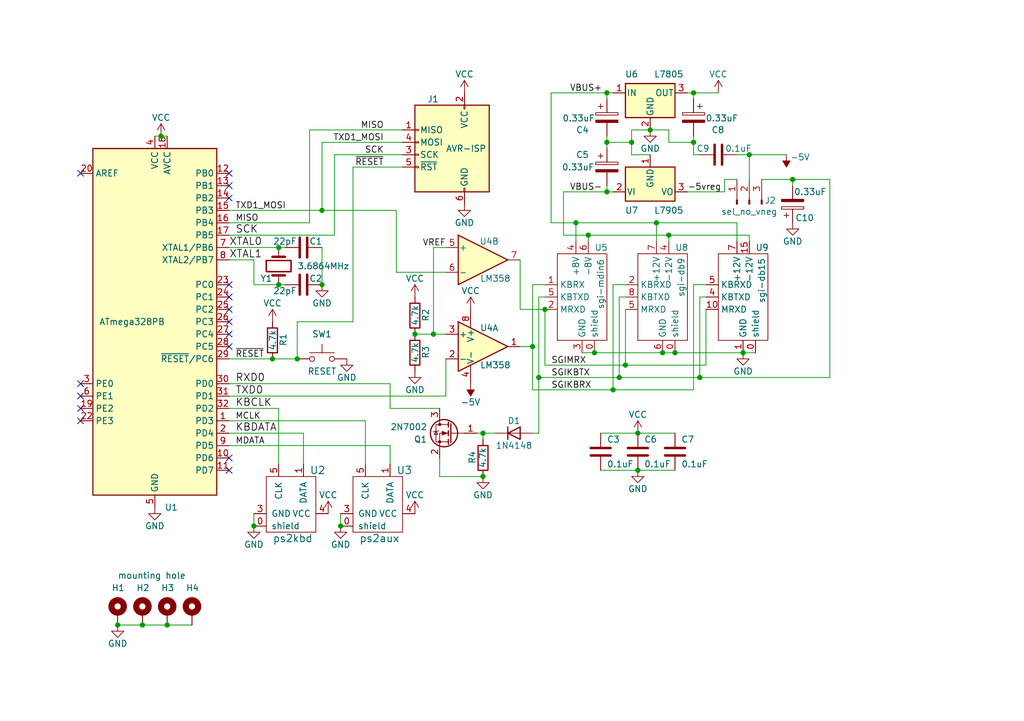
<source format=kicad_sch>
(kicad_sch (version 20231120) (generator "eeschema") (generator_version "8.0")
  (paper "A5")
  (title_block (title "SGI - PS/2 keyboard and mouse converter") (date "2025-03-16") (rev "3") (company "Mutant Stargoat") (comment 1 "GNU General Public License v3 (or later).") (comment 2 "Copyright (C) 2017-2025 John Tsiombikas <nuclear@mutantstargoat.com>"))
  (lib_symbols
    (symbol "Amplifier_Operational:LM358" (pin_names (offset 0.127))
      (property "Reference" "U" (at 0 5.08 0))
      (property "Value" "LM358" (at 0 -5.08 0))
      (symbol "LM358_1_1"
        (polyline (pts (xy -5.08 5.08) (xy 5.08 0) (xy -5.08 -5.08) (xy -5.08 5.08)) (stroke (width 0.254)) (fill (type background)))
        (pin output line (at 7.62 0 180) (length 2.54) (name "~") (number "1"))
        (pin input line (at -7.62 -2.54 0) (length 2.54) (name "-") (number "2"))
        (pin input line (at -7.62 2.54 0) (length 2.54) (name "+") (number "3"))
      )
      (symbol "LM358_2_1"
        (polyline (pts (xy -5.08 5.08) (xy 5.08 0) (xy -5.08 -5.08) (xy -5.08 5.08)) (stroke (width 0.254)) (fill (type background)))
        (pin input line (at -7.62 2.54 0) (length 2.54) (name "+") (number "5"))
        (pin input line (at -7.62 -2.54 0) (length 2.54) (name "-") (number "6"))
        (pin output line (at 7.62 0 180) (length 2.54) (name "~") (number "7"))
      )
      (symbol "LM358_3_1"
        (pin power_in line (at -2.54 -7.62 90) (length 3.81) (name "V-") (number "4"))
        (pin power_in line (at -2.54 7.62 270) (length 3.81) (name "V+") (number "8"))
      )
    )
    (symbol "Connector:AVR-ISP-6" (pin_names (offset 1.016))
      (property "Reference" "J" (at -6.35 11.43 0))
      (property "Value" "AVR-ISP-6" (at 0 11.43 0))
      (symbol "AVR-ISP-6_0_1"
        (rectangle (start -2.667 -6.858) (end -2.413 -7.62))
        (rectangle (start -2.667 10.16) (end -2.413 9.398))
        (rectangle (start 7.62 -2.413) (end 6.858 -2.667))
        (rectangle (start 7.62 0.127) (end 6.858 -0.127))
        (rectangle (start 7.62 2.667) (end 6.858 2.413))
        (rectangle (start 7.62 5.207) (end 6.858 4.953))
        (rectangle (start 7.62 10.16) (end -7.62 -7.62) (stroke (width 0.254)) (fill (type background)))
      )
      (symbol "AVR-ISP-6_1_1"
        (pin passive line (at 10.16 5.08 180) (length 2.54) (name "MISO") (number "1"))
        (pin passive line (at -2.54 12.7 270) (length 2.54) (name "VCC") (number "2"))
        (pin passive line (at 10.16 0 180) (length 2.54) (name "SCK") (number "3"))
        (pin passive line (at 10.16 2.54 180) (length 2.54) (name "MOSI") (number "4"))
        (pin passive line (at 10.16 -2.54 180) (length 2.54) (name "~{RST}") (number "5"))
        (pin passive line (at -2.54 -10.16 90) (length 2.54) (name "GND") (number "6"))
      )
    )
    (symbol "Connector:Conn_01x03_Pin" (pin_names (offset 1.016) hide)
      (property "Reference" "J" (at 0 5.08 0))
      (property "Value" "Conn_01x03_Pin" (at 0 -5.08 0))
      (symbol "Conn_01x03_Pin_1_1"
        (polyline (pts (xy 1.27 -2.54) (xy 0.8636 -2.54)) (stroke (width 0.1524)))
        (polyline (pts (xy 1.27 0) (xy 0.8636 0)) (stroke (width 0.1524)))
        (polyline (pts (xy 1.27 2.54) (xy 0.8636 2.54)) (stroke (width 0.1524)))
        (rectangle (start 0.8636 -2.413) (end 0 -2.667) (stroke (width 0.1524)) (fill (type outline)))
        (rectangle (start 0.8636 0.127) (end 0 -0.127) (stroke (width 0.1524)) (fill (type outline)))
        (rectangle (start 0.8636 2.667) (end 0 2.413) (stroke (width 0.1524)) (fill (type outline)))
        (pin passive line (at 5.08 2.54 180) (length 3.81) (name "Pin_1") (number "1"))
        (pin passive line (at 5.08 0 180) (length 3.81) (name "Pin_2") (number "2"))
        (pin passive line (at 5.08 -2.54 180) (length 3.81) (name "Pin_3") (number "3"))
      )
    )
    (symbol "Device:C" (pin_numbers hide) (pin_names (offset 0.254))
      (property "Reference" "C" (at 0.635 2.54 0))
      (property "Value" "C" (at 0.635 -2.54 0))
      (symbol "C_0_1"
        (polyline (pts (xy -2.032 -0.762) (xy 2.032 -0.762)) (stroke (width 0.508)))
        (polyline (pts (xy -2.032 0.762) (xy 2.032 0.762)) (stroke (width 0.508)))
      )
      (symbol "C_1_1"
        (pin passive line (at 0 3.81 270) (length 2.794) (name "~") (number "1"))
        (pin passive line (at 0 -3.81 90) (length 2.794) (name "~") (number "2"))
      )
    )
    (symbol "Device:C_Polarized" (pin_numbers hide) (pin_names (offset 0.254))
      (property "Reference" "C" (at 0.635 2.54 0))
      (property "Value" "C_Polarized" (at 0.635 -2.54 0))
      (symbol "C_Polarized_0_1"
        (rectangle (start -2.286 0.508) (end 2.286 1.016))
        (polyline (pts (xy -1.778 2.286) (xy -0.762 2.286)))
        (polyline (pts (xy -1.27 2.794) (xy -1.27 1.778)))
        (rectangle (start 2.286 -0.508) (end -2.286 -1.016) (fill (type outline)))
      )
      (symbol "C_Polarized_1_1"
        (pin passive line (at 0 3.81 270) (length 2.794) (name "~") (number "1"))
        (pin passive line (at 0 -3.81 90) (length 2.794) (name "~") (number "2"))
      )
    )
    (symbol "Device:Crystal" (pin_numbers hide) (pin_names (offset 1.016) hide)
      (property "Reference" "Y" (at 0 3.81 0))
      (property "Value" "Crystal" (at 0 -3.81 0))
      (symbol "Crystal_0_1"
        (rectangle (start -1.143 2.54) (end 1.143 -2.54) (stroke (width 0.3048)))
        (polyline (pts (xy -2.54 0) (xy -1.905 0)))
        (polyline (pts (xy -1.905 -1.27) (xy -1.905 1.27)) (stroke (width 0.508)))
        (polyline (pts (xy 1.905 -1.27) (xy 1.905 1.27)) (stroke (width 0.508)))
        (polyline (pts (xy 2.54 0) (xy 1.905 0)))
      )
      (symbol "Crystal_1_1"
        (pin passive line (at -3.81 0 0) (length 1.27) (name "1") (number "1"))
        (pin passive line (at 3.81 0 180) (length 1.27) (name "2") (number "2"))
      )
    )
    (symbol "Device:R" (pin_numbers hide) (pin_names (offset 0))
      (property "Reference" "R" (at 2.032 0 90))
      (property "Value" "R" (at 0 0 90))
      (symbol "R_0_1"
        (rectangle (start -1.016 -2.54) (end 1.016 2.54) (stroke (width 0.254)))
      )
      (symbol "R_1_1"
        (pin passive line (at 0 3.81 270) (length 1.27) (name "~") (number "1"))
        (pin passive line (at 0 -3.81 90) (length 1.27) (name "~") (number "2"))
      )
    )
    (symbol "Diode:1N4148W" (pin_numbers hide) (pin_names (offset 1.016) hide)
      (property "Reference" "D" (at 0 2.54 0))
      (property "Value" "1N4148W" (at 0 -2.54 0))
      (symbol "1N4148W_0_1"
        (polyline (pts (xy -1.27 1.27) (xy -1.27 -1.27)) (stroke (width 0.254)))
        (polyline (pts (xy 1.27 0) (xy -1.27 0)))
        (polyline (pts (xy 1.27 1.27) (xy 1.27 -1.27) (xy -1.27 0) (xy 1.27 1.27)) (stroke (width 0.254)))
      )
      (symbol "1N4148W_1_1"
        (pin passive line (at -3.81 0 0) (length 2.54) (name "K") (number "1"))
        (pin passive line (at 3.81 0 180) (length 2.54) (name "A") (number "2"))
      )
    )
    (symbol "MCU_Microchip_ATmega:ATmega328PB-A"
      (property "Reference" "U" (at -12.7 36.83 0))
      (property "Value" "ATmega328PB-A" (at 2.54 -36.83 0))
      (symbol "ATmega328PB-A_0_1"
        (rectangle (start -12.7 -35.56) (end 12.7 35.56) (stroke (width 0.254)) (fill (type background)))
      )
      (symbol "ATmega328PB-A_1_1"
        (pin bidirectional line (at 15.24 -20.32 180) (length 2.54) (name "PD3") (number "1"))
        (pin bidirectional line (at 15.24 -27.94 180) (length 2.54) (name "PD6") (number "10"))
        (pin bidirectional line (at 15.24 -30.48 180) (length 2.54) (name "PD7") (number "11"))
        (pin bidirectional line (at 15.24 30.48 180) (length 2.54) (name "PB0") (number "12"))
        (pin bidirectional line (at 15.24 27.94 180) (length 2.54) (name "PB1") (number "13"))
        (pin bidirectional line (at 15.24 25.4 180) (length 2.54) (name "PB2") (number "14"))
        (pin bidirectional line (at 15.24 22.86 180) (length 2.54) (name "PB3") (number "15"))
        (pin bidirectional line (at 15.24 20.32 180) (length 2.54) (name "PB4") (number "16"))
        (pin bidirectional line (at 15.24 17.78 180) (length 2.54) (name "PB5") (number "17"))
        (pin power_in line (at 2.54 38.1 270) (length 2.54) (name "AVCC") (number "18"))
        (pin bidirectional line (at -15.24 -17.78 0) (length 2.54) (name "PE2") (number "19"))
        (pin bidirectional line (at 15.24 -22.86 180) (length 2.54) (name "PD4") (number "2"))
        (pin passive line (at -15.24 30.48 0) (length 2.54) (name "AREF") (number "20"))
        (pin passive line (at 0 -38.1 90) (length 2.54) hide (name "GND") (number "21"))
        (pin bidirectional line (at -15.24 -20.32 0) (length 2.54) (name "PE3") (number "22"))
        (pin bidirectional line (at 15.24 7.62 180) (length 2.54) (name "PC0") (number "23"))
        (pin bidirectional line (at 15.24 5.08 180) (length 2.54) (name "PC1") (number "24"))
        (pin bidirectional line (at 15.24 2.54 180) (length 2.54) (name "PC2") (number "25"))
        (pin bidirectional line (at 15.24 0 180) (length 2.54) (name "PC3") (number "26"))
        (pin bidirectional line (at 15.24 -2.54 180) (length 2.54) (name "PC4") (number "27"))
        (pin bidirectional line (at 15.24 -5.08 180) (length 2.54) (name "PC5") (number "28"))
        (pin bidirectional line (at 15.24 -7.62 180) (length 2.54) (name "~{RESET}/PC6") (number "29"))
        (pin bidirectional line (at -15.24 -12.7 0) (length 2.54) (name "PE0") (number "3"))
        (pin bidirectional line (at 15.24 -12.7 180) (length 2.54) (name "PD0") (number "30"))
        (pin bidirectional line (at 15.24 -15.24 180) (length 2.54) (name "PD1") (number "31"))
        (pin bidirectional line (at 15.24 -17.78 180) (length 2.54) (name "PD2") (number "32"))
        (pin power_in line (at 0 38.1 270) (length 2.54) (name "VCC") (number "4"))
        (pin power_in line (at 0 -38.1 90) (length 2.54) (name "GND") (number "5"))
        (pin bidirectional line (at -15.24 -15.24 0) (length 2.54) (name "PE1") (number "6"))
        (pin bidirectional line (at 15.24 15.24 180) (length 2.54) (name "XTAL1/PB6") (number "7"))
        (pin bidirectional line (at 15.24 12.7 180) (length 2.54) (name "XTAL2/PB7") (number "8"))
        (pin bidirectional line (at 15.24 -25.4 180) (length 2.54) (name "PD5") (number "9"))
      )
    )
    (symbol "Mechanical:MountingHole_Pad" (pin_numbers hide) (pin_names (offset 1.016) hide)
      (property "Reference" "H" (at 0 6.35 0))
      (property "Value" "MountingHole_Pad" (at 0 4.445 0))
      (symbol "MountingHole_Pad_0_1"
        (circle (center 0 1.27) (radius 1.27) (stroke (width 1.27)))
      )
      (symbol "MountingHole_Pad_1_1"
        (pin input line (at 0 -2.54 90) (length 2.54) (name "1") (number "1"))
      )
    )
    (symbol "Regulator_Linear:L7805" (pin_names (offset 0.254))
      (property "Reference" "U" (at -3.81 3.175 0))
      (property "Value" "L7805" (at 0 3.175 0))
      (symbol "L7805_0_1"
        (rectangle (start -5.08 1.905) (end 5.08 -5.08) (stroke (width 0.254)) (fill (type background)))
      )
      (symbol "L7805_1_1"
        (pin power_in line (at -7.62 0 0) (length 2.54) (name "IN") (number "1"))
        (pin power_in line (at 0 -7.62 90) (length 2.54) (name "GND") (number "2"))
        (pin power_out line (at 7.62 0 180) (length 2.54) (name "OUT") (number "3"))
      )
    )
    (symbol "Regulator_Linear:L7905" (pin_names (offset 0.254))
      (property "Reference" "U" (at -3.81 -3.175 0))
      (property "Value" "L7905" (at 0 -3.175 0))
      (symbol "L7905_0_1"
        (rectangle (start -5.08 5.08) (end 5.08 -1.905) (stroke (width 0.254)) (fill (type background)))
      )
      (symbol "L7905_1_1"
        (pin power_in line (at 0 7.62 270) (length 2.54) (name "GND") (number "1"))
        (pin power_in line (at -7.62 0 0) (length 2.54) (name "VI") (number "2"))
        (pin power_out line (at 7.62 0 180) (length 2.54) (name "VO") (number "3"))
      )
    )
    (symbol "Switch:SW_Push" (pin_numbers hide) (pin_names (offset 1.016) hide)
      (property "Reference" "SW" (at 1.27 2.54 0))
      (property "Value" "SW_Push" (at 0 -1.524 0))
      (symbol "SW_Push_0_1"
        (circle (center -2.032 0) (radius 0.508))
        (polyline (pts (xy 0 1.27) (xy 0 3.048)))
        (polyline (pts (xy 2.54 1.27) (xy -2.54 1.27)))
        (circle (center 2.032 0) (radius 0.508))
        (pin passive line (at -5.08 0 0) (length 2.54) (name "1") (number "1"))
        (pin passive line (at 5.08 0 180) (length 2.54) (name "2") (number "2"))
      )
    )
    (symbol "Transistor_FET:2N7002" (pin_names hide)
      (property "Reference" "Q" (at 5.08 1.905 0))
      (property "Value" "2N7002" (at 5.08 0 0))
      (symbol "2N7002_0_1"
        (polyline (pts (xy 0.254 0) (xy -2.54 0)))
        (polyline (pts (xy 0.254 1.905) (xy 0.254 -1.905)) (stroke (width 0.254)))
        (polyline (pts (xy 0.762 -1.27) (xy 0.762 -2.286)) (stroke (width 0.254)))
        (polyline (pts (xy 0.762 0.508) (xy 0.762 -0.508)) (stroke (width 0.254)))
        (polyline (pts (xy 0.762 2.286) (xy 0.762 1.27)) (stroke (width 0.254)))
        (polyline (pts (xy 2.54 2.54) (xy 2.54 1.778)))
        (polyline (pts (xy 2.54 -2.54) (xy 2.54 0) (xy 0.762 0)))
        (polyline (pts (xy 0.762 -1.778) (xy 3.302 -1.778) (xy 3.302 1.778) (xy 0.762 1.778)))
        (polyline (pts (xy 1.016 0) (xy 2.032 0.381) (xy 2.032 -0.381) (xy 1.016 0)) (fill (type outline)))
        (polyline (pts (xy 2.794 0.508) (xy 2.921 0.381) (xy 3.683 0.381) (xy 3.81 0.254)))
        (polyline (pts (xy 3.302 0.381) (xy 2.921 -0.254) (xy 3.683 -0.254) (xy 3.302 0.381)))
        (circle (center 1.651 0) (radius 2.794) (stroke (width 0.254)))
        (circle (center 2.54 -1.778) (radius 0.254) (fill (type outline)))
        (circle (center 2.54 1.778) (radius 0.254) (fill (type outline)))
      )
      (symbol "2N7002_1_1"
        (pin input line (at -5.08 0 0) (length 2.54) (name "G") (number "1"))
        (pin passive line (at 2.54 -5.08 90) (length 2.54) (name "S") (number "2"))
        (pin passive line (at 2.54 5.08 270) (length 2.54) (name "D") (number "3"))
      )
    )
    (symbol "power:-5V" (power) (pin_names (offset 0))
      (property "Value" "-5V" (at 0 3.81 0))
      (symbol "-5V_0_0"
        (pin power_in line (at 0 0 90) (length 0) hide (name "-5V") (number "1"))
      )
      (symbol "-5V_0_1"
        (polyline (pts (xy 0 0) (xy 0 1.27) (xy 0.762 1.27) (xy 0 2.54) (xy -0.762 1.27) (xy 0 1.27)) (fill (type outline)))
      )
    )
    (symbol "power:GND" (power) (pin_names (offset 0))
      (property "Value" "GND" (at 0 -3.81 0))
      (symbol "GND_0_1"
        (polyline (pts (xy 0 0) (xy 0 -1.27) (xy 1.27 -1.27) (xy 0 -2.54) (xy -1.27 -1.27) (xy 0 -1.27)))
      )
      (symbol "GND_1_1"
        (pin power_in line (at 0 0 270) (length 0) hide (name "GND") (number "1"))
      )
    )
    (symbol "power:VCC" (power) (pin_names (offset 0))
      (property "Value" "VCC" (at 0 3.81 0))
      (symbol "VCC_0_1"
        (polyline (pts (xy -0.762 1.27) (xy 0 2.54)))
        (polyline (pts (xy 0 0) (xy 0 2.54)))
        (polyline (pts (xy 0 2.54) (xy 0.762 1.27)))
      )
      (symbol "VCC_1_1"
        (pin power_in line (at 0 0 90) (length 0) hide (name "VCC") (number "1"))
      )
    )
    (symbol "sgikbd:ps2conn" (pin_names (offset 1.016))
      (property "Reference" "U" (at -6.35 -6.35 0))
      (property "Value" "ps2conn" (at 5.08 0 90))
      (symbol "ps2conn_0_1"
        (rectangle (start -7.62 5.08) (end 3.81 -5.08))
      )
      (symbol "ps2conn_1_1"
        (pin passive line (at 2.54 -7.62 90) (length 2.54) (name "shield") (number "0"))
        (pin passive line (at -10.16 2.54 0) (length 2.54) (name "DATA") (number "1"))
        (pin passive line (at 0 -7.62 90) (length 2.54) (name "GND") (number "3"))
        (pin passive line (at 0 7.62 270) (length 2.54) (name "VCC") (number "4"))
        (pin passive line (at -10.16 -2.54 0) (length 2.54) (name "CLK") (number "5"))
      )
    )
    (symbol "sgikbd:sgi-db15"
      (property "Reference" "U" (at 2.54 10.16 0))
      (property "Value" "sgi-db15" (at 6.35 0 90))
      (symbol "sgi-db15_0_1"
        (rectangle (start -5.08 8.89) (end 5.08 -8.89))
      )
      (symbol "sgi-db15_1_1"
        (pin passive line (at 2.54 -11.43 90) (length 2.54) (name "shield") (number "0"))
        (pin passive line (at 0 -11.43 90) (length 2.54) (name "GND") (number "1"))
        (pin passive line (at -7.62 -2.54 0) (length 2.54) (name "MRXD") (number "10"))
        (pin no_connect line (at -2.54 -8.89 90) (length 2.54) hide (name "NC") (number "11"))
        (pin no_connect line (at -3.81 -8.89 90) (length 2.54) hide (name "NC") (number "12"))
        (pin passive line (at 1.27 11.43 270) (length 2.54) (name "-12V") (number "15"))
        (pin passive line (at 0 -11.43 90) (length 2.54) hide (name "GND") (number "2"))
        (pin passive line (at 0 -11.43 90) (length 2.54) hide (name "GND") (number "3"))
        (pin passive line (at -7.62 0 0) (length 2.54) (name "KBTXD") (number "4"))
        (pin passive line (at -7.62 2.54 0) (length 2.54) (name "KBRXD") (number "5"))
        (pin passive line (at -1.27 11.43 270) (length 2.54) (name "+12V") (number "7"))
        (pin passive line (at -1.27 11.43 270) (length 2.54) hide (name "+12V") (number "8"))
        (pin passive line (at -1.27 11.43 270) (length 2.54) hide (name "+12V") (number "9"))
      )
    )
    (symbol "sgikbd:sgi-db9"
      (property "Reference" "U" (at -5.08 -10.16 0))
      (property "Value" "sgi-db9" (at 6.35 0 90))
      (symbol "sgi-db9_0_1"
        (rectangle (start -5.08 8.89) (end 5.08 -8.89))
      )
      (symbol "sgi-db9_1_1"
        (pin passive line (at 2.54 -11.43 90) (length 2.54) (name "shield") (number "0"))
        (pin no_connect line (at -3.81 -8.89 90) (length 2.54) hide (name "NC") (number "1"))
        (pin passive line (at -7.62 2.54 0) (length 2.54) (name "KBRXD") (number "2"))
        (pin no_connect line (at -2.54 -8.89 90) (length 2.54) hide (name "NC") (number "3"))
        (pin passive line (at 1.27 11.43 270) (length 2.54) (name "-12V") (number "4"))
        (pin passive line (at -7.62 -2.54 0) (length 2.54) (name "MRXD") (number "5"))
        (pin passive line (at 0 -11.43 90) (length 2.54) (name "GND") (number "6"))
        (pin passive line (at -1.27 11.43 270) (length 2.54) (name "+12V") (number "7"))
        (pin passive line (at -7.62 0 0) (length 2.54) (name "KBTXD") (number "8"))
        (pin passive line (at 0 -11.43 90) (length 2.54) hide (name "GND") (number "9"))
      )
    )
    (symbol "sgikbd:sgi-mdin6"
      (property "Reference" "U" (at 2.54 10.16 0))
      (property "Value" "sgi-mdin6" (at 6.35 0 90))
      (symbol "sgi-mdin6_0_1"
        (rectangle (start -5.08 8.89) (end 5.08 -8.89))
      )
      (symbol "sgi-mdin6_1_1"
        (pin passive line (at 2.54 -11.43 90) (length 2.54) (name "shield") (number "0"))
        (pin passive line (at -7.62 2.54 0) (length 2.54) (name "KBRX") (number "1"))
        (pin passive line (at -7.62 -2.54 0) (length 2.54) (name "MRXD") (number "2"))
        (pin power_out line (at 0 -11.43 90) (length 2.54) (name "GND") (number "3"))
        (pin power_out line (at -1.27 11.43 270) (length 2.54) (name "+8V") (number "4"))
        (pin passive line (at -7.62 0 0) (length 2.54) (name "KBTXD") (number "5"))
        (pin power_out line (at 1.27 11.43 270) (length 2.54) (name "-8V") (number "6"))
      )
    )
  )
  (junction (at 138.43 72.39))
  (junction (at 66.04 58.42))
  (junction (at 142.24 29.21))
  (junction (at 121.92 72.39))
  (junction (at 111.76 63.5))
  (junction (at 88.9 68.58))
  (junction (at 118.11 45.72))
  (junction (at 124.46 19.05))
  (junction (at 52.07 107.95))
  (junction (at 133.35 26.67))
  (junction (at 29.21 128.27))
  (junction (at 99.06 88.9))
  (junction (at 99.06 97.79))
  (junction (at 152.4 72.39))
  (junction (at 109.22 71.12))
  (junction (at 162.56 36.83))
  (junction (at 130.81 96.52))
  (junction (at 24.13 128.27))
  (junction (at 57.15 58.42))
  (junction (at 129.54 29.21))
  (junction (at 124.46 39.37))
  (junction (at 69.85 107.95))
  (junction (at 57.15 50.8))
  (junction (at 137.16 48.26))
  (junction (at 66.04 43.18))
  (junction (at 135.89 72.39))
  (junction (at 60.96 73.66))
  (junction (at 124.46 29.21))
  (junction (at 85.09 68.58))
  (junction (at 120.65 48.26))
  (junction (at 128.27 74.93))
  (junction (at 153.67 31.75))
  (junction (at 110.49 77.47))
  (junction (at 33.02 27.94))
  (junction (at 143.51 77.47))
  (junction (at 130.81 88.9))
  (junction (at 55.88 73.66))
  (junction (at 125.73 80.01))
  (junction (at 134.62 45.72))
  (junction (at 127 77.47))
  (junction (at 142.24 19.05))
  (junction (at 34.29 128.27))
  (no_connect (at 46.99 71.12))
  (no_connect (at 46.99 63.5))
  (no_connect (at 16.51 78.74))
  (no_connect (at 46.99 40.64))
  (no_connect (at 46.99 38.1))
  (no_connect (at 46.99 35.56))
  (no_connect (at 16.51 83.82))
  (no_connect (at 46.99 66.04))
  (no_connect (at 16.51 35.56))
  (no_connect (at 16.51 81.28))
  (no_connect (at 46.99 58.42))
  (no_connect (at 46.99 68.58))
  (no_connect (at 16.51 86.36))
  (no_connect (at 46.99 60.96))
  (no_connect (at 46.99 96.52))
  (no_connect (at 46.99 93.98))
  (wire (pts (xy 143.51 77.47) (xy 143.51 60.96)))
  (wire (pts (xy 120.65 49.53) (xy 120.65 48.26)))
  (wire (pts (xy 109.22 80.01) (xy 109.22 71.12)))
  (wire (pts (xy 140.97 19.05) (xy 142.24 19.05)))
  (wire (pts (xy 128.27 58.42) (xy 125.73 58.42)))
  (wire (pts (xy 124.46 27.94) (xy 124.46 29.21)))
  (wire (pts (xy 66.04 50.8) (xy 66.04 58.42)))
  (wire (pts (xy 137.16 48.26) (xy 137.16 49.53)))
  (wire (pts (xy 110.49 60.96) (xy 110.49 77.47)))
  (wire (pts (xy 115.57 39.37) (xy 115.57 48.26)))
  (wire (pts (xy 110.49 77.47) (xy 127 77.47)))
  (wire (pts (xy 46.99 78.74) (xy 80.01 78.74)))
  (wire (pts (xy 52.07 105.41) (xy 52.07 107.95)))
  (wire (pts (xy 69.85 105.41) (xy 69.85 107.95)))
  (wire (pts (xy 142.24 19.05) (xy 142.24 20.32)))
  (wire (pts (xy 127 77.47) (xy 143.51 77.47)))
  (wire (pts (xy 57.15 50.8) (xy 58.42 50.8)))
  (wire (pts (xy 68.58 48.26) (xy 68.58 31.75)))
  (wire (pts (xy 142.24 29.21) (xy 142.24 31.75)))
  (wire (pts (xy 151.13 45.72) (xy 151.13 49.53)))
  (wire (pts (xy 80.01 78.74) (xy 80.01 83.82)))
  (wire (pts (xy 72.39 66.04) (xy 72.39 34.29)))
  (wire (pts (xy 66.04 29.21) (xy 82.55 29.21)))
  (wire (pts (xy 125.73 80.01) (xy 142.24 80.01)))
  (wire (pts (xy 125.73 80.01) (xy 109.22 80.01)))
  (wire (pts (xy 127 60.96) (xy 128.27 60.96)))
  (wire (pts (xy 111.76 74.93) (xy 128.27 74.93)))
  (wire (pts (xy 46.99 43.18) (xy 66.04 43.18)))
  (wire (pts (xy 46.99 83.82) (xy 57.15 83.82)))
  (wire (pts (xy 62.23 88.9) (xy 62.23 95.25)))
  (wire (pts (xy 81.28 43.18) (xy 81.28 55.88)))
  (wire (pts (xy 106.68 63.5) (xy 111.76 63.5)))
  (wire (pts (xy 111.76 60.96) (xy 110.49 60.96)))
  (wire (pts (xy 153.67 31.75) (xy 161.29 31.75)))
  (wire (pts (xy 148.59 36.83) (xy 148.59 39.37)))
  (wire (pts (xy 109.22 88.9) (xy 110.49 88.9)))
  (wire (pts (xy 81.28 55.88) (xy 91.44 55.88)))
  (wire (pts (xy 46.99 48.26) (xy 68.58 48.26)))
  (wire (pts (xy 162.56 36.83) (xy 170.18 36.83)))
  (wire (pts (xy 144.78 74.93) (xy 144.78 63.5)))
  (wire (pts (xy 143.51 77.47) (xy 170.18 77.47)))
  (wire (pts (xy 106.68 53.34) (xy 106.68 63.5)))
  (wire (pts (xy 151.13 31.75) (xy 153.67 31.75)))
  (wire (pts (xy 46.99 45.72) (xy 63.5 45.72)))
  (wire (pts (xy 134.62 45.72) (xy 151.13 45.72)))
  (wire (pts (xy 170.18 77.47) (xy 170.18 36.83)))
  (wire (pts (xy 60.96 66.04) (xy 72.39 66.04)))
  (wire (pts (xy 88.9 50.8) (xy 91.44 50.8)))
  (wire (pts (xy 80.01 83.82) (xy 90.17 83.82)))
  (wire (pts (xy 52.07 58.42) (xy 57.15 58.42)))
  (wire (pts (xy 97.79 88.9) (xy 99.06 88.9)))
  (wire (pts (xy 90.17 97.79) (xy 99.06 97.79)))
  (wire (pts (xy 138.43 72.39) (xy 152.4 72.39)))
  (wire (pts (xy 162.56 38.1) (xy 162.56 36.83)))
  (wire (pts (xy 142.24 58.42) (xy 144.78 58.42)))
  (wire (pts (xy 124.46 29.21) (xy 124.46 30.48)))
  (wire (pts (xy 52.07 53.34) (xy 52.07 58.42)))
  (wire (pts (xy 113.03 19.05) (xy 113.03 45.72)))
  (wire (pts (xy 110.49 77.47) (xy 110.49 88.9)))
  (wire (pts (xy 60.96 73.66) (xy 60.96 66.04)))
  (wire (pts (xy 128.27 63.5) (xy 128.27 74.93)))
  (wire (pts (xy 57.15 83.82) (xy 57.15 95.25)))
  (wire (pts (xy 124.46 19.05) (xy 125.73 19.05)))
  (wire (pts (xy 124.46 19.05) (xy 124.46 20.32)))
  (wire (pts (xy 66.04 29.21) (xy 66.04 43.18)))
  (wire (pts (xy 129.54 31.75) (xy 129.54 29.21)))
  (wire (pts (xy 124.46 38.1) (xy 124.46 39.37)))
  (wire (pts (xy 111.76 63.5) (xy 111.76 74.93)))
  (wire (pts (xy 46.99 91.44) (xy 80.01 91.44)))
  (wire (pts (xy 99.06 88.9) (xy 101.6 88.9)))
  (wire (pts (xy 127 60.96) (xy 127 77.47)))
  (wire (pts (xy 29.21 128.27) (xy 34.29 128.27)))
  (wire (pts (xy 133.35 31.75) (xy 129.54 31.75)))
  (wire (pts (xy 88.9 68.58) (xy 88.9 50.8)))
  (wire (pts (xy 137.16 48.26) (xy 153.67 48.26)))
  (wire (pts (xy 118.11 45.72) (xy 134.62 45.72)))
  (wire (pts (xy 143.51 60.96) (xy 144.78 60.96)))
  (wire (pts (xy 123.19 96.52) (xy 130.81 96.52)))
  (wire (pts (xy 134.62 45.72) (xy 134.62 49.53)))
  (wire (pts (xy 142.24 80.01) (xy 142.24 58.42)))
  (wire (pts (xy 106.68 71.12) (xy 109.22 71.12)))
  (wire (pts (xy 115.57 48.26) (xy 120.65 48.26)))
  (wire (pts (xy 46.99 73.66) (xy 55.88 73.66)))
  (wire (pts (xy 33.02 27.94) (xy 34.29 27.94)))
  (wire (pts (xy 121.92 72.39) (xy 135.89 72.39)))
  (wire (pts (xy 74.93 86.36) (xy 74.93 95.25)))
  (wire (pts (xy 128.27 74.93) (xy 144.78 74.93)))
  (wire (pts (xy 34.29 128.27) (xy 39.37 128.27)))
  (wire (pts (xy 118.11 49.53) (xy 118.11 45.72)))
  (wire (pts (xy 68.58 31.75) (xy 82.55 31.75)))
  (wire (pts (xy 153.67 48.26) (xy 153.67 49.53)))
  (wire (pts (xy 46.99 50.8) (xy 57.15 50.8)))
  (wire (pts (xy 137.16 26.67) (xy 137.16 29.21)))
  (wire (pts (xy 90.17 93.98) (xy 90.17 97.79)))
  (wire (pts (xy 24.13 128.27) (xy 29.21 128.27)))
  (wire (pts (xy 57.15 58.42) (xy 58.42 58.42)))
  (wire (pts (xy 156.21 36.83) (xy 162.56 36.83)))
  (wire (pts (xy 63.5 45.72) (xy 63.5 26.67)))
  (wire (pts (xy 113.03 19.05) (xy 124.46 19.05)))
  (wire (pts (xy 120.65 48.26) (xy 137.16 48.26)))
  (wire (pts (xy 124.46 29.21) (xy 129.54 29.21)))
  (wire (pts (xy 88.9 68.58) (xy 91.44 68.58)))
  (wire (pts (xy 125.73 58.42) (xy 125.73 80.01)))
  (wire (pts (xy 124.46 39.37) (xy 125.73 39.37)))
  (wire (pts (xy 63.5 26.67) (xy 82.55 26.67)))
  (wire (pts (xy 99.06 88.9) (xy 99.06 90.17)))
  (wire (pts (xy 137.16 29.21) (xy 142.24 29.21)))
  (wire (pts (xy 123.19 88.9) (xy 130.81 88.9)))
  (wire (pts (xy 130.81 88.9) (xy 138.43 88.9)))
  (wire (pts (xy 46.99 53.34) (xy 52.07 53.34)))
  (wire (pts (xy 135.89 72.39) (xy 138.43 72.39)))
  (wire (pts (xy 46.99 81.28) (xy 91.44 81.28)))
  (wire (pts (xy 85.09 68.58) (xy 88.9 68.58)))
  (wire (pts (xy 142.24 27.94) (xy 142.24 29.21)))
  (wire (pts (xy 55.88 73.66) (xy 60.96 73.66)))
  (wire (pts (xy 109.22 71.12) (xy 109.22 58.42)))
  (wire (pts (xy 113.03 45.72) (xy 118.11 45.72)))
  (wire (pts (xy 91.44 81.28) (xy 91.44 73.66)))
  (wire (pts (xy 80.01 91.44) (xy 80.01 95.25)))
  (wire (pts (xy 129.54 26.67) (xy 133.35 26.67)))
  (wire (pts (xy 46.99 86.36) (xy 74.93 86.36)))
  (wire (pts (xy 152.4 72.39) (xy 154.94 72.39)))
  (wire (pts (xy 153.67 31.75) (xy 153.67 36.83)))
  (wire (pts (xy 119.38 72.39) (xy 121.92 72.39)))
  (wire (pts (xy 142.24 31.75) (xy 143.51 31.75)))
  (wire (pts (xy 148.59 36.83) (xy 151.13 36.83)))
  (wire (pts (xy 133.35 26.67) (xy 137.16 26.67)))
  (wire (pts (xy 148.59 39.37) (xy 140.97 39.37)))
  (wire (pts (xy 115.57 39.37) (xy 124.46 39.37)))
  (wire (pts (xy 130.81 96.52) (xy 138.43 96.52)))
  (wire (pts (xy 129.54 29.21) (xy 129.54 26.67)))
  (wire (pts (xy 46.99 88.9) (xy 62.23 88.9)))
  (wire (pts (xy 109.22 58.42) (xy 111.76 58.42)))
  (wire (pts (xy 31.75 27.94) (xy 33.02 27.94)))
  (wire (pts (xy 72.39 34.29) (xy 82.55 34.29)))
  (wire (pts (xy 142.24 19.05) (xy 147.32 19.05)))
  (wire (pts (xy 66.04 43.18) (xy 81.28 43.18)))
  (label "MCLK" (at 48.26 86.36 0))
  (label "SGIMRX" (at 113.03 74.93 0))
  (label "TXD0" (at 48.26 81.28 0) (effects (font (size 1.524 1.524))))
  (label "VREF" (at 91.44 50.8 180))
  (label "SCK" (at 78.74 31.75 180))
  (label "VBUS-" (at 116.84 39.37 0))
  (label "SGIKBRX" (at 113.03 80.01 0))
  (label "~{RESET}" (at 48.26 73.66 0))
  (label "-5vreg" (at 140.97 39.37 0))
  (label "XTAL1" (at 46.99 53.34 0) (effects (font (size 1.524 1.524))))
  (label "MDATA" (at 48.26 91.44 0))
  (label "MISO" (at 48.26 45.72 0))
  (label "MISO" (at 78.74 26.67 180))
  (label "SGIKBTX" (at 113.03 77.47 0))
  (label "SCK" (at 48.26 48.26 0) (effects (font (size 1.524 1.524))))
  (label "~{RESET}" (at 78.74 34.29 180))
  (label "RXD0" (at 48.26 78.74 0) (effects (font (size 1.524 1.524))))
  (label "KBDATA" (at 48.26 88.9 0) (effects (font (size 1.524 1.524))))
  (label "TXD1_MOSI" (at 78.74 29.21 180))
  (label "XTAL0" (at 46.99 50.8 0) (effects (font (size 1.524 1.524))))
  (label "KBCLK" (at 48.26 83.82 0) (effects (font (size 1.524 1.524))))
  (label "VBUS+" (at 116.84 19.05 0))
  (label "TXD1_MOSI" (at 48.26 43.18 0))
  (symbol (lib_id "power:GND") (at 133.35 26.67 0) (unit 1)
    (property "Reference" "#PWR019" (effects (hide yes)))
    (property "Value" "GND" (at 133.35 30.48 0))
  )
  (symbol (lib_id "power:GND") (at 69.85 107.95 0) (unit 1)
    (property "Reference" "#PWR07" (effects (hide yes)))
    (property "Value" "GND" (at 69.85 111.76 0))
  )
  (symbol (lib_id "Device:C_Polarized") (at 124.46 24.13 0) (unit 1)
    (property "Reference" "C4" (at 118.11 26.67 0) (effects (justify left)))
    (property "Value" "0.33uF" (at 115.3154 24.2666 0) (effects (justify left)))
    (property "Footprint" "Capacitor_SMD:CP_Elec_4x5.4" (effects (hide yes)))
  )
  (symbol (lib_id "power:GND") (at 52.07 107.95 0) (unit 1)
    (property "Reference" "#PWR03" (effects (hide yes)))
    (property "Value" "GND" (at 52.07 111.76 0))
  )
  (symbol (lib_id "sgikbd:sgi-db15") (at 152.4 60.96 0) (unit 1)
    (property "Reference" "U9" (at 154.94 50.8 0) (effects (justify left)))
    (property "Value" "sgi-db15" (at 156.21 62.23 90) (effects (justify left)))
    (property "Footprint" "Connector_Dsub:DSUB-15_Female_Horizontal_P2.77x2.84mm_EdgePinOffset7.70mm_Housed_MountingHolesOffset9.12mm" (effects (hide yes)))
  )
  (symbol (lib_id "power:-5V") (at 96.52 78.74 180) (unit 1)
    (property "Reference" "#PWR016" (effects (hide yes)))
    (property "Value" "-5V" (at 96.52 82.55 0))
  )
  (symbol (lib_id "power:GND") (at 31.75 104.14 0) (unit 1)
    (property "Reference" "#PWR01" (effects (hide yes)))
    (property "Value" "GND" (at 31.75 107.95 0))
  )
  (symbol (lib_id "Connector:Conn_01x03_Pin") (at 153.67 41.91 90) (unit 1)
    (property "Reference" "J2" (at 157.988 41.148 90))
    (property "Value" "sel_no_vneg" (at 153.67 43.434 90))
    (property "Footprint" "Connector_PinHeader_2.54mm:PinHeader_1x03_P2.54mm_Vertical" (effects (hide yes)))
    (property "Description" "Generic connector, single row, 01x03, script generated" (effects (hide yes)))
  )
  (symbol (lib_id "power:GND") (at 130.81 96.52 0) (unit 1)
    (property "Reference" "#PWR018" (effects (hide yes)))
    (property "Value" "GND" (at 130.81 100.33 0))
  )
  (symbol (lib_id "Mechanical:MountingHole_Pad") (at 39.37 125.73 0) (unit 1)
    (property "Reference" "H4" (at 38.1 120.65 0) (effects (justify left)))
    (property "Value" "mounting hole" (effects (hide yes)))
    (property "Footprint" "MountingHole:MountingHole_3.2mm_M3_Pad" (effects (hide yes)))
  )
  (symbol (lib_id "Connector:AVR-ISP-6") (at 92.71 31.75 0) (mirror y) (unit 1)
    (property "Reference" "J1" (at 87.63 20.32 0) (effects (justify right)))
    (property "Value" "AVR-ISP" (at 91.44 30.48 0) (effects (justify right)))
    (property "Footprint" "Connector_IDC:IDC-Header_2x03_P2.54mm_Vertical" (effects (hide yes)))
    (property "Datasheet" " ~" (effects (hide yes)))
  )
  (symbol (lib_id "Device:C") (at 130.81 92.71 0) (unit 1)
    (property "Reference" "C6" (at 132.08 90.17 0) (effects (justify left)))
    (property "Value" "0.1uF" (at 132.08 95.25 0) (effects (justify left)))
    (property "Footprint" "Capacitor_SMD:C_0805_2012Metric_Pad1.18x1.45mm_HandSolder" (effects (hide yes)))
  )
  (symbol (lib_id "Amplifier_Operational:LM358") (at 99.06 53.34 0) (unit 2)
    (property "Reference" "U4" (at 100.33 49.53 0))
    (property "Value" "LM358" (at 101.6 57.15 0))
    (property "Footprint" "Package_SO:SOIC-8_3.9x4.9mm_P1.27mm" (effects (hide yes)))
    (property "Datasheet" "http://www.ti.com/lit/ds/symlink/lm2904-n.pdf" (effects (hide yes)))
  )
  (symbol (lib_id "power:VCC") (at 147.32 19.05 0) (unit 1)
    (property "Reference" "#PWR020" (effects (hide yes)))
    (property "Value" "VCC" (at 147.32 15.24 0))
  )
  (symbol (lib_id "power:VCC") (at 96.52 63.5 0) (unit 1)
    (property "Reference" "#PWR015" (effects (hide yes)))
    (property "Value" "VCC" (at 96.52 59.69 0))
  )
  (symbol (lib_id "Device:C") (at 123.19 92.71 0) (unit 1)
    (property "Reference" "C3" (at 124.46 90.17 0) (effects (justify left)))
    (property "Value" "0.1uF" (at 124.46 95.25 0) (effects (justify left)))
    (property "Footprint" "Capacitor_SMD:C_0805_2012Metric_Pad1.18x1.45mm_HandSolder" (effects (hide yes)))
  )
  (symbol (lib_id "sgikbd:ps2conn") (at 59.69 105.41 270) (unit 1)
    (property "Reference" "U2" (at 63.5 96.52 90) (effects (font (size 1.524 1.524)) (justify left)))
    (property "Value" "ps2kbd" (at 55.88 110.49 90) (effects (font (size 1.524 1.524)) (justify left)))
    (property "Footprint" "sgikbd:minidin6" (effects (hide yes)))
  )
  (symbol (lib_id "Amplifier_Operational:LM358") (at 99.06 71.12 0) (unit 1)
    (property "Reference" "U4" (at 100.33 67.31 0))
    (property "Value" "LM358" (at 101.6 74.93 0))
    (property "Footprint" "Package_SO:SOIC-8_3.9x4.9mm_P1.27mm" (effects (hide yes)))
    (property "Datasheet" "http://www.ti.com/lit/ds/symlink/lm2904-n.pdf" (effects (hide yes)))
  )
  (symbol (lib_id "Diode:1N4148W") (at 105.41 88.9 0) (unit 1)
    (property "Reference" "D1" (at 105.41 86.36 0))
    (property "Value" "1N4148" (at 105.41 91.44 0))
    (property "Footprint" "Diode_SMD:D_SOD-123" (effects (hide yes)))
    (property "Datasheet" "https://www.vishay.com/docs/85748/1n4148w.pdf" (effects (hide yes)))
  )
  (symbol (lib_id "Device:C") (at 62.23 50.8 90) (unit 1)
    (property "Reference" "C1" (at 64.77 49.53 90))
    (property "Value" "22pF" (at 58.42 49.53 90))
    (property "Footprint" "Capacitor_SMD:C_0805_2012Metric_Pad1.18x1.45mm_HandSolder" (effects (hide yes)))
  )
  (symbol (lib_id "power:VCC") (at 130.81 88.9 0) (unit 1)
    (property "Reference" "#PWR017" (effects (hide yes)))
    (property "Value" "VCC" (at 130.81 85.09 0))
  )
  (symbol (lib_id "power:VCC") (at 85.09 105.41 0) (unit 1)
    (property "Reference" "#PWR011" (effects (hide yes)))
    (property "Value" "VCC" (at 85.09 101.6 0))
  )
  (symbol (lib_id "sgikbd:sgi-db9") (at 135.89 60.96 0) (unit 1)
    (property "Reference" "U8" (at 138.43 50.8 0) (effects (justify left)))
    (property "Value" "sgi-db9" (at 139.7 60.96 90) (effects (justify left)))
    (property "Footprint" "Connector_Dsub:DSUB-9_Female_Horizontal_P2.77x2.84mm_EdgePinOffset7.70mm_Housed_MountingHolesOffset9.12mm" (effects (hide yes)))
  )
  (symbol (lib_id "Regulator_Linear:L7805") (at 133.35 19.05 0) (unit 1)
    (property "Reference" "U6" (at 129.54 15.24 0))
    (property "Value" "L7805" (at 137.16 15.24 0))
    (property "Footprint" "Package_TO_SOT_SMD:TO-252-3_TabPin2" (effects (hide yes)))
    (property "Datasheet" "http://www.st.com/content/ccc/resource/technical/document/datasheet/41/4f/b3/b0/12/d4/47/88/CD00000444.pdf/files/CD00000444.pdf/jcr:content/translations/en.CD00000444.pdf" (effects (hide yes)))
  )
  (symbol (lib_id "power:GND") (at 24.13 128.27 0) (unit 1)
    (property "Reference" "#PWR0101" (effects (hide yes)))
    (property "Value" "GND" (at 24.13 132.08 0))
  )
  (symbol (lib_id "Regulator_Linear:L7905") (at 133.35 39.37 0) (unit 1)
    (property "Reference" "U7" (at 129.54 43.18 0))
    (property "Value" "L7905" (at 137.16 43.18 0))
    (property "Footprint" "Package_TO_SOT_SMD:SOT-89-3_Handsoldering" (effects (hide yes)))
    (property "Datasheet" "http://www.st.com/content/ccc/resource/technical/document/datasheet/c9/16/86/41/c7/2b/45/f2/CD00000450.pdf/files/CD00000450.pdf/jcr:content/translations/en.CD00000450.pdf" (effects (hide yes)))
  )
  (symbol (lib_id "Switch:SW_Push") (at 66.04 73.66 0) (unit 1)
    (property "Reference" "SW1" (at 66.04 68.58 0))
    (property "Value" "RESET" (at 66.04 76.2 0))
    (property "Footprint" "Button_Switch_SMD:SW_Push_1P1T_NO_6x6mm_H9.5mm" (effects (hide yes)))
  )
  (symbol (lib_id "power:GND") (at 95.25 41.91 0) (unit 1)
    (property "Reference" "#PWR013" (effects (hide yes)))
    (property "Value" "GND" (at 95.25 45.72 0))
  )
  (symbol (lib_id "power:VCC") (at 95.25 19.05 0) (unit 1)
    (property "Reference" "#PWR012" (effects (hide yes)))
    (property "Value" "VCC" (at 95.25 15.24 0))
  )
  (symbol (lib_id "power:VCC") (at 67.31 105.41 0) (unit 1)
    (property "Reference" "#PWR06" (effects (hide yes)))
    (property "Value" "VCC" (at 67.31 101.6 0))
  )
  (symbol (lib_id "Mechanical:MountingHole_Pad") (at 34.29 125.73 0) (unit 1)
    (property "Reference" "H3" (at 33.02 120.65 0) (effects (justify left)))
    (property "Value" "mounting hole" (effects (hide yes)))
    (property "Footprint" "MountingHole:MountingHole_3.2mm_M3_Pad" (effects (hide yes)))
  )
  (symbol (lib_id "Device:C") (at 147.32 31.75 90) (unit 1)
    (property "Reference" "C9" (at 145.542 30.48 90) (effects (justify left)))
    (property "Value" "0.1uF" (at 154.178 30.48 90) (effects (justify left)))
    (property "Footprint" "Capacitor_SMD:C_0805_2012Metric_Pad1.18x1.45mm_HandSolder" (effects (hide yes)))
  )
  (symbol (lib_id "Device:C_Polarized") (at 162.56 41.91 0) (mirror x) (unit 1)
    (property "Reference" "C10" (at 163.068 44.704 0) (effects (justify left)))
    (property "Value" "0.33uF" (at 162.814 39.37 0) (effects (justify left)))
    (property "Footprint" "Capacitor_SMD:CP_Elec_4x5.4" (effects (hide yes)))
  )
  (symbol (lib_id "Device:C") (at 138.43 92.71 0) (unit 1)
    (property "Reference" "C7" (at 139.7 90.17 0) (effects (justify left)))
    (property "Value" "0.1uF" (at 139.7 95.25 0) (effects (justify left)))
    (property "Footprint" "Capacitor_SMD:C_0805_2012Metric_Pad1.18x1.45mm_HandSolder" (effects (hide yes)))
  )
  (symbol (lib_id "Device:C_Polarized") (at 124.46 34.29 0) (unit 1)
    (property "Reference" "C5" (at 118.11 31.75 0) (effects (justify left)))
    (property "Value" "0.33uF" (at 115.2124 34.3054 0) (effects (justify left)))
    (property "Footprint" "Capacitor_SMD:CP_Elec_4x5.4" (effects (hide yes)))
  )
  (symbol (lib_id "power:GND") (at 152.4 72.39 0) (unit 1)
    (property "Reference" "#PWR022" (effects (hide yes)))
    (property "Value" "GND" (at 152.4 76.2 0))
  )
  (symbol (lib_id "power:VCC") (at 33.02 27.94 0) (unit 1)
    (property "Reference" "#PWR02" (effects (hide yes)))
    (property "Value" "VCC" (at 33.02 24.13 0))
  )
  (symbol (lib_id "Device:R") (at 55.88 69.85 0) (unit 1)
    (property "Reference" "R1" (at 58.088 71.0893 90) (effects (justify left)))
    (property "Value" "4.7k" (at 55.943 71.9473 90) (effects (justify left)))
    (property "Footprint" "Resistor_SMD:R_0805_2012Metric_Pad1.20x1.40mm_HandSolder" (effects (hide yes)))
  )
  (symbol (lib_id "Device:R") (at 85.09 72.39 0) (unit 1)
    (property "Reference" "R3" (at 87.298 73.6293 90) (effects (justify left)))
    (property "Value" "4.7k" (at 85.153 74.4873 90) (effects (justify left)))
    (property "Footprint" "Resistor_SMD:R_0805_2012Metric_Pad1.20x1.40mm_HandSolder" (effects (hide yes)))
  )
  (symbol (lib_id "power:VCC") (at 85.09 60.96 0) (unit 1)
    (property "Reference" "#PWR09" (effects (hide yes)))
    (property "Value" "VCC" (at 85.09 57.15 0))
  )
  (symbol (lib_id "Mechanical:MountingHole_Pad") (at 24.13 125.73 0) (unit 1)
    (property "Reference" "H1" (at 22.86 120.65 0) (effects (justify left)))
    (property "Value" "mounting hole" (at 24.13 118.11 0) (effects (justify left)))
    (property "Footprint" "MountingHole:MountingHole_3.2mm_M3_Pad" (effects (hide yes)))
  )
  (symbol (lib_id "Device:R") (at 99.06 93.98 0) (mirror y) (unit 1)
    (property "Reference" "R4" (at 96.852 95.2193 90) (effects (justify left)))
    (property "Value" "4.7k" (at 98.997 96.0773 90) (effects (justify left)))
    (property "Footprint" "Resistor_SMD:R_0805_2012Metric_Pad1.20x1.40mm_HandSolder" (effects (hide yes)))
  )
  (symbol (lib_id "Mechanical:MountingHole_Pad") (at 29.21 125.73 0) (unit 1)
    (property "Reference" "H2" (at 27.94 120.65 0) (effects (justify left)))
    (property "Value" "mounting hole" (effects (hide yes)))
    (property "Footprint" "MountingHole:MountingHole_3.2mm_M3_Pad" (effects (hide yes)))
  )
  (symbol (lib_id "sgikbd:ps2conn") (at 77.47 105.41 270) (unit 1)
    (property "Reference" "U3" (at 81.28 96.52 90) (effects (font (size 1.524 1.524)) (justify left)))
    (property "Value" "ps2aux" (at 73.66 110.49 90) (effects (font (size 1.524 1.524)) (justify left)))
    (property "Footprint" "sgikbd:minidin6" (effects (hide yes)))
  )
  (symbol (lib_id "Device:C_Polarized") (at 142.24 24.13 0) (mirror y) (unit 1)
    (property "Reference" "C8" (at 148.59 26.67 0) (effects (justify left)))
    (property "Value" "0.33uF" (at 151.3846 24.2666 0) (effects (justify left)))
    (property "Footprint" "Capacitor_SMD:CP_Elec_4x5.4" (effects (hide yes)))
  )
  (symbol (lib_id "Device:R") (at 85.09 64.77 0) (unit 1)
    (property "Reference" "R2" (at 87.298 66.0093 90) (effects (justify left)))
    (property "Value" "4.7k" (at 85.153 66.8673 90) (effects (justify left)))
    (property "Footprint" "Resistor_SMD:R_0805_2012Metric_Pad1.20x1.40mm_HandSolder" (effects (hide yes)))
  )
  (symbol (lib_id "Amplifier_Operational:LM358") (at 99.06 71.12 0) (unit 3)
    (property "Reference" "U4" (effects (hide yes)))
    (property "Value" "LM358" (effects (hide yes)))
    (property "Footprint" "Package_SO:SOIC-8_3.9x4.9mm_P1.27mm" (effects (hide yes)))
    (property "Datasheet" "http://www.ti.com/lit/ds/symlink/lm2904-n.pdf" (effects (hide yes)))
  )
  (symbol (lib_id "MCU_Microchip_ATmega:ATmega328PB-A") (at 31.75 66.04 0) (unit 1)
    (property "Reference" "U1" (at 33.7694 104.14 0) (effects (justify left)))
    (property "Value" "ATmega328PB" (at 20.32 66.04 0) (effects (justify left)))
    (property "Footprint" "Package_QFP:TQFP-32_7x7mm_P0.8mm" (effects (hide yes)))
    (property "Datasheet" "http://ww1.microchip.com/downloads/en/DeviceDoc/40001906C.pdf" (effects (hide yes)))
  )
  (symbol (lib_id "Device:Crystal") (at 57.15 54.61 90) (unit 1)
    (property "Reference" "Y1" (at 53.34 57.15 90) (effects (justify right)))
    (property "Value" "3.6864MHz" (at 60.96 54.61 90) (effects (justify right)))
    (property "Footprint" "Crystal:Crystal_SMD_HC49-SD" (effects (hide yes)))
  )
  (symbol (lib_id "power:VCC") (at 55.88 66.04 0) (unit 1)
    (property "Reference" "#PWR04" (effects (hide yes)))
    (property "Value" "VCC" (at 55.88 62.23 0))
  )
  (symbol (lib_id "power:GND") (at 99.06 97.79 0) (unit 1)
    (property "Reference" "#PWR014" (effects (hide yes)))
    (property "Value" "GND" (at 99.06 101.6 0))
  )
  (symbol (lib_id "power:GND") (at 162.56 45.72 0) (unit 1)
    (property "Reference" "#PWR023" (effects (hide yes)))
    (property "Value" "GND" (at 162.56 49.53 0))
  )
  (symbol (lib_id "power:-5V") (at 161.29 31.75 180) (unit 1)
    (property "Reference" "#PWR021" (effects (hide yes)))
    (property "Value" "-5V" (at 164.084 32.258 0))
  )
  (symbol (lib_id "Transistor_FET:2N7002") (at 92.71 88.9 0) (mirror y) (unit 1)
    (property "Reference" "Q1" (at 87.63 90.17 0) (effects (justify left)))
    (property "Value" "2N7002" (at 87.63 87.63 0) (effects (justify left)))
    (property "Footprint" "Package_TO_SOT_SMD:SOT-23" (effects (hide yes)))
    (property "Datasheet" "https://www.onsemi.com/pub/Collateral/NDS7002A-D.PDF" (effects (hide yes)))
  )
  (symbol (lib_id "sgikbd:sgi-mdin6") (at 119.38 60.96 0) (unit 1)
    (property "Reference" "U5" (at 121.92 50.8 0) (effects (justify left)))
    (property "Value" "sgi-mdin6" (at 123.19 63.5 90) (effects (justify left)))
    (property "Footprint" "sgikbd:minidin6" (effects (hide yes)))
  )
  (symbol (lib_id "power:GND") (at 71.12 73.66 0) (unit 1)
    (property "Reference" "#PWR08" (effects (hide yes)))
    (property "Value" "GND" (at 71.12 77.47 0))
  )
  (symbol (lib_id "Device:C") (at 62.23 58.42 90) (unit 1)
    (property "Reference" "C2" (at 64.77 57.15 90))
    (property "Value" "22pF" (at 58.42 59.69 90))
    (property "Footprint" "Capacitor_SMD:C_0805_2012Metric_Pad1.18x1.45mm_HandSolder" (effects (hide yes)))
  )
  (symbol (lib_id "power:GND") (at 85.09 76.2 0) (unit 1)
    (property "Reference" "#PWR010" (effects (hide yes)))
    (property "Value" "GND" (at 85.09 80.01 0))
  )
  (symbol (lib_id "power:GND") (at 66.04 58.42 0) (unit 1)
    (property "Reference" "#PWR05" (effects (hide yes)))
    (property "Value" "GND" (at 66.04 62.23 0))
  )
)
</source>
